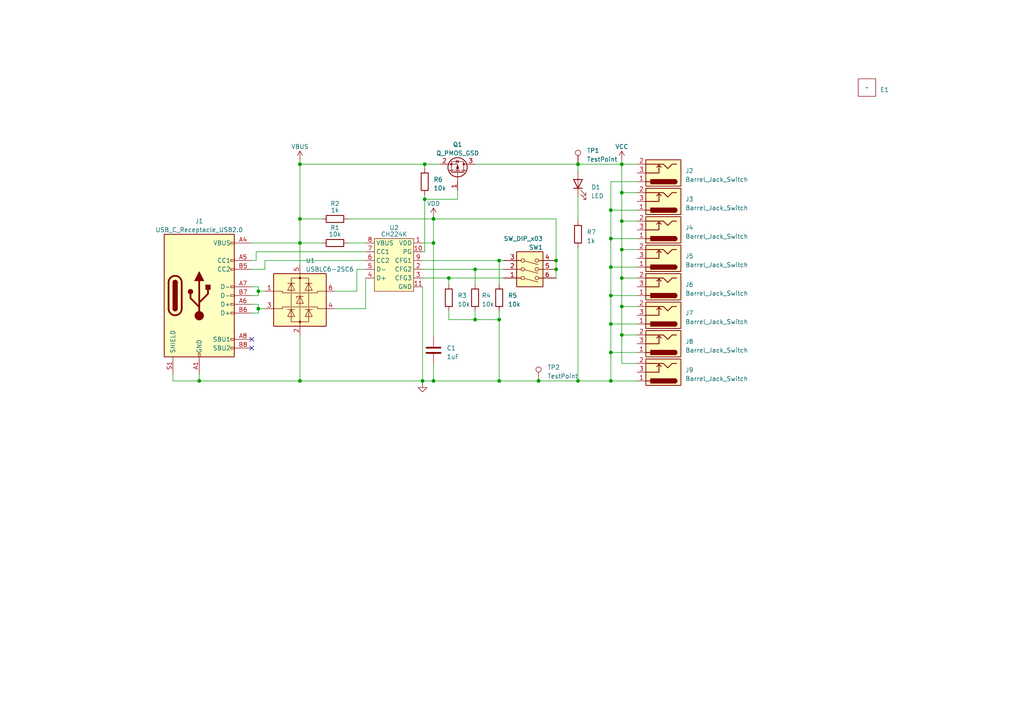
<source format=kicad_sch>
(kicad_sch (version 20230121) (generator eeschema)
  (paper "A4")
  (lib_symbols
    (symbol "Connector:Barrel_Jack_Switch" (pin_names hide)
      (property "Reference" "J" (at 0 5.334 0))
      (property "Value" "Barrel_Jack_Switch" (at 0 -5.08 0))
      (symbol "Barrel_Jack_Switch_0_1"
        (rectangle (start -5.08 3.81) (end 5.08 -3.81) (stroke (width 0.254)) (fill (type background)))
        (arc (start -3.302 3.175) (mid -3.9343 2.54) (end -3.302 1.905) (stroke (width 0.254)))
        (arc (start -3.302 3.175) (mid -3.9343 2.54) (end -3.302 1.905) (stroke (width 0.254)) (fill (type outline)))
        (polyline (pts (xy 1.27 -2.286) (xy 1.905 -1.651)) (stroke (width 0.254)))
        (polyline (pts (xy 5.08 2.54) (xy 3.81 2.54)) (stroke (width 0.254)))
        (polyline (pts (xy 5.08 0) (xy 1.27 0) (xy 1.27 -2.286) (xy 0.635 -1.651)) (stroke (width 0.254)))
        (polyline (pts (xy -3.81 -2.54) (xy -2.54 -2.54) (xy -1.27 -1.27) (xy 0 -2.54) (xy 2.54 -2.54) (xy 5.08 -2.54)) (stroke (width 0.254)))
        (rectangle (start 3.683 3.175) (end -3.302 1.905) (stroke (width 0.254)) (fill (type outline)))
      )
      (symbol "Barrel_Jack_Switch_1_1"
        (pin passive line (at 7.62 2.54 180) (length 2.54) (name "~") (number "1"))
        (pin passive line (at 7.62 -2.54 180) (length 2.54) (name "~") (number "2"))
        (pin passive line (at 7.62 0 180) (length 2.54) (name "~") (number "3"))
      )
    )
    (symbol "Connector:TestPoint" (pin_numbers hide) (pin_names (offset 0.762) hide)
      (property "Reference" "TP" (at 0 6.858 0))
      (property "Value" "TestPoint" (at 0 5.08 0))
      (symbol "TestPoint_0_1"
        (circle (center 0 3.302) (radius 0.762))
      )
      (symbol "TestPoint_1_1"
        (pin passive line (at 0 0 90) (length 2.54) (name "1") (number "1"))
      )
    )
    (symbol "Connector:USB_C_Receptacle_USB2.0" (pin_names (offset 1.016))
      (property "Reference" "J" (at -10.16 19.05 0))
      (property "Value" "USB_C_Receptacle_USB2.0" (at 19.05 19.05 0))
      (symbol "USB_C_Receptacle_USB2.0_0_0"
        (rectangle (start -0.254 -17.78) (end 0.254 -16.764))
        (rectangle (start 10.16 -14.986) (end 9.144 -15.494))
        (rectangle (start 10.16 -12.446) (end 9.144 -12.954))
        (rectangle (start 10.16 -4.826) (end 9.144 -5.334))
        (rectangle (start 10.16 -2.286) (end 9.144 -2.794))
        (rectangle (start 10.16 0.254) (end 9.144 -0.254))
        (rectangle (start 10.16 2.794) (end 9.144 2.286))
        (rectangle (start 10.16 7.874) (end 9.144 7.366))
        (rectangle (start 10.16 10.414) (end 9.144 9.906))
        (rectangle (start 10.16 15.494) (end 9.144 14.986))
      )
      (symbol "USB_C_Receptacle_USB2.0_0_1"
        (rectangle (start -10.16 17.78) (end 10.16 -17.78) (stroke (width 0.254)) (fill (type background)))
        (arc (start -8.89 -3.81) (mid -6.985 -5.7067) (end -5.08 -3.81) (stroke (width 0.508)))
        (arc (start -7.62 -3.81) (mid -6.985 -4.4423) (end -6.35 -3.81) (stroke (width 0.254)))
        (arc (start -7.62 -3.81) (mid -6.985 -4.4423) (end -6.35 -3.81) (stroke (width 0.254)) (fill (type outline)))
        (rectangle (start -7.62 -3.81) (end -6.35 3.81) (stroke (width 0.254)) (fill (type outline)))
        (arc (start -6.35 3.81) (mid -6.985 4.4423) (end -7.62 3.81) (stroke (width 0.254)))
        (arc (start -6.35 3.81) (mid -6.985 4.4423) (end -7.62 3.81) (stroke (width 0.254)) (fill (type outline)))
        (arc (start -5.08 3.81) (mid -6.985 5.7067) (end -8.89 3.81) (stroke (width 0.508)))
        (circle (center -2.54 1.143) (radius 0.635) (stroke (width 0.254)) (fill (type outline)))
        (circle (center 0 -5.842) (radius 1.27) (fill (type outline)))
        (polyline (pts (xy -8.89 -3.81) (xy -8.89 3.81)) (stroke (width 0.508)))
        (polyline (pts (xy -5.08 3.81) (xy -5.08 -3.81)) (stroke (width 0.508)))
        (polyline (pts (xy 0 -5.842) (xy 0 4.318)) (stroke (width 0.508)))
        (polyline (pts (xy 0 -3.302) (xy -2.54 -0.762) (xy -2.54 0.508)) (stroke (width 0.508)))
        (polyline (pts (xy 0 -2.032) (xy 2.54 0.508) (xy 2.54 1.778)) (stroke (width 0.508)))
        (polyline (pts (xy -1.27 4.318) (xy 0 6.858) (xy 1.27 4.318) (xy -1.27 4.318)) (stroke (width 0.254)) (fill (type outline)))
        (rectangle (start 1.905 1.778) (end 3.175 3.048) (stroke (width 0.254)) (fill (type outline)))
      )
      (symbol "USB_C_Receptacle_USB2.0_1_1"
        (pin passive line (at 0 -22.86 90) (length 5.08) (name "GND") (number "A1"))
        (pin passive line (at 0 -22.86 90) (length 5.08) hide (name "GND") (number "A12"))
        (pin passive line (at 15.24 15.24 180) (length 5.08) (name "VBUS") (number "A4"))
        (pin bidirectional line (at 15.24 10.16 180) (length 5.08) (name "CC1") (number "A5"))
        (pin bidirectional line (at 15.24 -2.54 180) (length 5.08) (name "D+") (number "A6"))
        (pin bidirectional line (at 15.24 2.54 180) (length 5.08) (name "D-") (number "A7"))
        (pin bidirectional line (at 15.24 -12.7 180) (length 5.08) (name "SBU1") (number "A8"))
        (pin passive line (at 15.24 15.24 180) (length 5.08) hide (name "VBUS") (number "A9"))
        (pin passive line (at 0 -22.86 90) (length 5.08) hide (name "GND") (number "B1"))
        (pin passive line (at 0 -22.86 90) (length 5.08) hide (name "GND") (number "B12"))
        (pin passive line (at 15.24 15.24 180) (length 5.08) hide (name "VBUS") (number "B4"))
        (pin bidirectional line (at 15.24 7.62 180) (length 5.08) (name "CC2") (number "B5"))
        (pin bidirectional line (at 15.24 -5.08 180) (length 5.08) (name "D+") (number "B6"))
        (pin bidirectional line (at 15.24 0 180) (length 5.08) (name "D-") (number "B7"))
        (pin bidirectional line (at 15.24 -15.24 180) (length 5.08) (name "SBU2") (number "B8"))
        (pin passive line (at 15.24 15.24 180) (length 5.08) hide (name "VBUS") (number "B9"))
        (pin passive line (at -7.62 -22.86 90) (length 5.08) (name "SHIELD") (number "S1"))
      )
    )
    (symbol "Device:C" (pin_numbers hide) (pin_names (offset 0.254))
      (property "Reference" "C" (at 0.635 2.54 0))
      (property "Value" "C" (at 0.635 -2.54 0))
      (symbol "C_0_1"
        (polyline (pts (xy -2.032 -0.762) (xy 2.032 -0.762)) (stroke (width 0.508)))
        (polyline (pts (xy -2.032 0.762) (xy 2.032 0.762)) (stroke (width 0.508)))
      )
      (symbol "C_1_1"
        (pin passive line (at 0 3.81 270) (length 2.794) (name "~") (number "1"))
        (pin passive line (at 0 -3.81 90) (length 2.794) (name "~") (number "2"))
      )
    )
    (symbol "Device:LED" (pin_numbers hide) (pin_names (offset 1.016) hide)
      (property "Reference" "D" (at 0 2.54 0))
      (property "Value" "LED" (at 0 -2.54 0))
      (symbol "LED_0_1"
        (polyline (pts (xy -1.27 -1.27) (xy -1.27 1.27)) (stroke (width 0.254)))
        (polyline (pts (xy -1.27 0) (xy 1.27 0)))
        (polyline (pts (xy 1.27 -1.27) (xy 1.27 1.27) (xy -1.27 0) (xy 1.27 -1.27)) (stroke (width 0.254)))
        (polyline (pts (xy -3.048 -0.762) (xy -4.572 -2.286) (xy -3.81 -2.286) (xy -4.572 -2.286) (xy -4.572 -1.524)))
        (polyline (pts (xy -1.778 -0.762) (xy -3.302 -2.286) (xy -2.54 -2.286) (xy -3.302 -2.286) (xy -3.302 -1.524)))
      )
      (symbol "LED_1_1"
        (pin passive line (at -3.81 0 0) (length 2.54) (name "K") (number "1"))
        (pin passive line (at 3.81 0 180) (length 2.54) (name "A") (number "2"))
      )
    )
    (symbol "Device:Q_PMOS_GSD" (pin_names (offset 0) hide)
      (property "Reference" "Q" (at 5.08 1.27 0))
      (property "Value" "Q_PMOS_GSD" (at 5.08 -1.27 0))
      (symbol "Q_PMOS_GSD_0_1"
        (polyline (pts (xy 0.254 0) (xy -2.54 0)))
        (polyline (pts (xy 0.254 1.905) (xy 0.254 -1.905)) (stroke (width 0.254)))
        (polyline (pts (xy 0.762 -1.27) (xy 0.762 -2.286)) (stroke (width 0.254)))
        (polyline (pts (xy 0.762 0.508) (xy 0.762 -0.508)) (stroke (width 0.254)))
        (polyline (pts (xy 0.762 2.286) (xy 0.762 1.27)) (stroke (width 0.254)))
        (polyline (pts (xy 2.54 2.54) (xy 2.54 1.778)))
        (polyline (pts (xy 2.54 -2.54) (xy 2.54 0) (xy 0.762 0)))
        (polyline (pts (xy 0.762 1.778) (xy 3.302 1.778) (xy 3.302 -1.778) (xy 0.762 -1.778)))
        (polyline (pts (xy 2.286 0) (xy 1.27 0.381) (xy 1.27 -0.381) (xy 2.286 0)) (fill (type outline)))
        (polyline (pts (xy 2.794 -0.508) (xy 2.921 -0.381) (xy 3.683 -0.381) (xy 3.81 -0.254)))
        (polyline (pts (xy 3.302 -0.381) (xy 2.921 0.254) (xy 3.683 0.254) (xy 3.302 -0.381)))
        (circle (center 1.651 0) (radius 2.794) (stroke (width 0.254)))
        (circle (center 2.54 -1.778) (radius 0.254) (fill (type outline)))
        (circle (center 2.54 1.778) (radius 0.254) (fill (type outline)))
      )
      (symbol "Q_PMOS_GSD_1_1"
        (pin input line (at -5.08 0 0) (length 2.54) (name "G") (number "1"))
        (pin passive line (at 2.54 -5.08 90) (length 2.54) (name "S") (number "2"))
        (pin passive line (at 2.54 5.08 270) (length 2.54) (name "D") (number "3"))
      )
    )
    (symbol "Device:R" (pin_numbers hide) (pin_names (offset 0))
      (property "Reference" "R" (at 2.032 0 90))
      (property "Value" "R" (at 0 0 90))
      (symbol "R_0_1"
        (rectangle (start -1.016 -2.54) (end 1.016 2.54) (stroke (width 0.254)))
      )
      (symbol "R_1_1"
        (pin passive line (at 0 3.81 270) (length 1.27) (name "~") (number "1"))
        (pin passive line (at 0 -3.81 90) (length 1.27) (name "~") (number "2"))
      )
    )
    (symbol "Enclosure:1590B"
      (property "Reference" "E" (at 0 0 0))
      (symbol "1590B_0_1"
        (rectangle (start -2.54 2.54) (end 2.54 -2.54))
      )
    )
    (symbol "Interface_USB:CH224K"
      (property "Reference" "U" (at 0 7.62 0))
      (property "Value" "CH224K" (at 0 5.715 0))
      (symbol "CH224K_1_1"
        (rectangle (start -5.715 4.445) (end 5.715 -10.795) (fill (type background)))
        (pin passive line (at 8.255 3.175 180) (length 2.54) (name "VDD") (number "1"))
        (pin passive line (at 8.255 0.635 180) (length 2.54) (name "PG") (number "10"))
        (pin passive line (at 8.255 -9.525 180) (length 2.54) (name "GND") (number "11"))
        (pin passive line (at 8.255 -4.445 180) (length 2.54) (name "CFG2") (number "2"))
        (pin passive line (at 8.255 -6.985 180) (length 2.54) (name "CFG3") (number "3"))
        (pin passive line (at -8.255 -6.985 0) (length 2.54) (name "D+") (number "4"))
        (pin passive line (at -8.255 -4.445 0) (length 2.54) (name "D-") (number "5"))
        (pin passive line (at -8.255 -1.905 0) (length 2.54) (name "CC2") (number "6"))
        (pin passive line (at -8.255 0.635 0) (length 2.54) (name "CC1") (number "7"))
        (pin passive line (at -8.255 3.175 0) (length 2.54) (name "VBUS") (number "8"))
        (pin passive line (at 8.255 -1.905 180) (length 2.54) (name "CFG1") (number "9"))
      )
    )
    (symbol "Power_Protection:USBLC6-2SC6" (pin_names hide)
      (property "Reference" "U" (at 2.54 8.89 0))
      (property "Value" "USBLC6-2SC6" (at 2.54 -8.89 0))
      (symbol "USBLC6-2SC6_0_1"
        (rectangle (start -7.62 7.62) (end 7.62 -7.62) (stroke (width 0.254)) (fill (type background)))
        (rectangle (start -2.54 6.35) (end 2.54 -6.35))
        (circle (center 0 -6.35) (radius 0.254) (fill (type outline)))
        (polyline (pts (xy -5.08 -2.54) (xy -7.62 -2.54)))
        (polyline (pts (xy -5.08 2.54) (xy -7.62 2.54)))
        (polyline (pts (xy -2.286 -2.032) (xy -0.254 -2.032)))
        (polyline (pts (xy -1.524 -2.794) (xy -3.556 -2.794)))
        (polyline (pts (xy -1.524 4.826) (xy -3.556 4.826)))
        (polyline (pts (xy -0.254 2.032) (xy -2.286 2.032)))
        (polyline (pts (xy 0 -7.62) (xy 0 -6.35)))
        (polyline (pts (xy 0 -6.35) (xy 0 1.27)))
        (polyline (pts (xy 0 1.27) (xy 0 6.35)))
        (polyline (pts (xy 0 6.35) (xy 0 7.62)))
        (polyline (pts (xy 0.254 -2.032) (xy 2.286 -2.032)))
        (polyline (pts (xy 1.524 -2.794) (xy 3.556 -2.794)))
        (polyline (pts (xy 1.524 4.826) (xy 3.556 4.826)))
        (polyline (pts (xy 2.286 2.032) (xy 0.254 2.032)))
        (polyline (pts (xy 5.08 -2.54) (xy 7.62 -2.54)))
        (polyline (pts (xy 5.08 2.54) (xy 7.62 2.54)))
        (polyline (pts (xy -5.08 -2.54) (xy -5.08 -2.032) (xy -2.794 -2.032)))
        (polyline (pts (xy -5.08 2.54) (xy -5.08 2.032) (xy -2.794 2.032)))
        (polyline (pts (xy 5.08 -2.54) (xy 5.08 -2.032) (xy 2.794 -2.032)))
        (polyline (pts (xy 5.08 2.54) (xy 5.08 2.032) (xy 2.794 2.032)))
        (polyline (pts (xy -3.556 -4.826) (xy -1.524 -4.826) (xy -2.54 -2.794) (xy -3.556 -4.826)))
        (polyline (pts (xy -3.556 2.794) (xy -1.524 2.794) (xy -2.54 4.826) (xy -3.556 2.794)))
        (polyline (pts (xy -1.016 -1.016) (xy 1.016 -1.016) (xy 0 1.016) (xy -1.016 -1.016)))
        (polyline (pts (xy 1.016 1.016) (xy 0.762 1.016) (xy -1.016 1.016) (xy -1.016 0.508)))
        (polyline (pts (xy 3.556 -4.826) (xy 1.524 -4.826) (xy 2.54 -2.794) (xy 3.556 -4.826)))
        (polyline (pts (xy 3.556 2.794) (xy 1.524 2.794) (xy 2.54 4.826) (xy 3.556 2.794)))
        (circle (center 0 6.35) (radius 0.254) (fill (type outline)))
      )
      (symbol "USBLC6-2SC6_1_1"
        (pin passive line (at -10.16 2.54 0) (length 2.54) (name "I/O1") (number "1"))
        (pin passive line (at 0 -10.16 90) (length 2.54) (name "GND") (number "2"))
        (pin passive line (at -10.16 -2.54 0) (length 2.54) (name "I/O1") (number "3"))
        (pin passive line (at 10.16 -2.54 180) (length 2.54) (name "I/O2") (number "4"))
        (pin passive line (at 0 10.16 270) (length 2.54) (name "VBUS") (number "5"))
        (pin passive line (at 10.16 2.54 180) (length 2.54) (name "I/O2") (number "6"))
      )
    )
    (symbol "Switch:SW_DIP_x03" (pin_names (offset 0) hide)
      (property "Reference" "SW" (at 0 8.89 0))
      (property "Value" "SW_DIP_x03" (at 0 -3.81 0))
      (symbol "SW_DIP_x03_0_0"
        (circle (center -2.032 0) (radius 0.508))
        (circle (center -2.032 2.54) (radius 0.508))
        (circle (center -2.032 5.08) (radius 0.508))
        (polyline (pts (xy -1.524 0.127) (xy 2.3622 1.1684)))
        (polyline (pts (xy -1.524 2.667) (xy 2.3622 3.7084)))
        (polyline (pts (xy -1.524 5.207) (xy 2.3622 6.2484)))
        (circle (center 2.032 0) (radius 0.508))
        (circle (center 2.032 2.54) (radius 0.508))
        (circle (center 2.032 5.08) (radius 0.508))
      )
      (symbol "SW_DIP_x03_0_1"
        (rectangle (start -3.81 7.62) (end 3.81 -2.54) (stroke (width 0.254)) (fill (type background)))
      )
      (symbol "SW_DIP_x03_1_1"
        (pin passive line (at -7.62 5.08 0) (length 5.08) (name "~") (number "1"))
        (pin passive line (at -7.62 2.54 0) (length 5.08) (name "~") (number "2"))
        (pin passive line (at -7.62 0 0) (length 5.08) (name "~") (number "3"))
        (pin passive line (at 7.62 0 180) (length 5.08) (name "~") (number "4"))
        (pin passive line (at 7.62 2.54 180) (length 5.08) (name "~") (number "5"))
        (pin passive line (at 7.62 5.08 180) (length 5.08) (name "~") (number "6"))
      )
    )
    (symbol "power:GND" (power) (pin_names (offset 0))
      (property "Value" "GND" (at 0 -3.81 0))
      (symbol "GND_0_1"
        (polyline (pts (xy 0 0) (xy 0 -1.27) (xy 1.27 -1.27) (xy 0 -2.54) (xy -1.27 -1.27) (xy 0 -1.27)))
      )
      (symbol "GND_1_1"
        (pin power_in line (at 0 0 270) (length 0) hide (name "GND") (number "1"))
      )
    )
    (symbol "power:VBUS" (power) (pin_names (offset 0))
      (property "Value" "VBUS" (at 0 3.81 0))
      (symbol "VBUS_0_1"
        (polyline (pts (xy -0.762 1.27) (xy 0 2.54)))
        (polyline (pts (xy 0 0) (xy 0 2.54)))
        (polyline (pts (xy 0 2.54) (xy 0.762 1.27)))
      )
      (symbol "VBUS_1_1"
        (pin power_in line (at 0 0 90) (length 0) hide (name "VBUS") (number "1"))
      )
    )
    (symbol "power:VCC" (power) (pin_names (offset 0))
      (property "Value" "VCC" (at 0 3.81 0))
      (symbol "VCC_0_1"
        (polyline (pts (xy -0.762 1.27) (xy 0 2.54)))
        (polyline (pts (xy 0 0) (xy 0 2.54)))
        (polyline (pts (xy 0 2.54) (xy 0.762 1.27)))
      )
      (symbol "VCC_1_1"
        (pin power_in line (at 0 0 90) (length 0) hide (name "VCC") (number "1"))
      )
    )
    (symbol "power:VDD" (power) (pin_names (offset 0))
      (property "Value" "VDD" (at 0 3.81 0))
      (symbol "VDD_0_1"
        (polyline (pts (xy -0.762 1.27) (xy 0 2.54)))
        (polyline (pts (xy 0 0) (xy 0 2.54)))
        (polyline (pts (xy 0 2.54) (xy 0.762 1.27)))
      )
      (symbol "VDD_1_1"
        (pin power_in line (at 0 0 90) (length 0) hide (name "VDD") (number "1"))
      )
    )
  )
  (junction (at 123.19 47.625))
  (junction (at 180.34 97.155))
  (junction (at 74.93 89.535))
  (junction (at 125.73 63.5))
  (junction (at 177.165 77.47))
  (junction (at 180.34 72.39))
  (junction (at 144.78 75.565))
  (junction (at 57.785 110.49))
  (junction (at 86.995 70.485))
  (junction (at 86.995 47.625))
  (junction (at 177.165 69.215))
  (junction (at 177.165 93.98))
  (junction (at 167.64 110.49))
  (junction (at 161.29 75.565))
  (junction (at 86.995 63.5))
  (junction (at 137.795 92.71))
  (junction (at 144.78 110.49))
  (junction (at 161.29 78.105))
  (junction (at 177.165 85.725))
  (junction (at 167.64 47.625))
  (junction (at 180.34 88.9))
  (junction (at 177.165 60.96))
  (junction (at 125.73 70.485))
  (junction (at 122.555 110.49))
  (junction (at 156.21 110.49))
  (junction (at 125.73 110.49))
  (junction (at 144.78 92.71))
  (junction (at 177.165 102.235))
  (junction (at 123.19 57.785))
  (junction (at 86.995 110.49))
  (junction (at 180.34 80.645))
  (junction (at 180.34 47.625))
  (junction (at 177.165 110.49))
  (junction (at 130.175 80.645))
  (junction (at 74.93 84.455))
  (junction (at 180.34 55.88))
  (junction (at 137.795 78.105))
  (junction (at 180.34 64.135))
  (no_connect (at 73.025 100.965))
  (no_connect (at 73.025 98.425))
  (wire (pts (xy 125.73 63.5) (xy 161.29 63.5)))
  (wire (pts (xy 86.995 97.155) (xy 86.995 110.49)))
  (wire (pts (xy 125.73 105.41) (xy 125.73 110.49)))
  (wire (pts (xy 137.795 92.71) (xy 144.78 92.71)))
  (wire (pts (xy 106.045 89.535) (xy 97.155 89.535)))
  (wire (pts (xy 74.93 83.185) (xy 74.93 84.455)))
  (wire (pts (xy 177.165 52.705) (xy 184.785 52.705)))
  (wire (pts (xy 180.34 97.155) (xy 184.785 97.155)))
  (wire (pts (xy 137.795 78.105) (xy 146.05 78.105)))
  (wire (pts (xy 177.165 69.215) (xy 184.785 69.215)))
  (wire (pts (xy 180.34 46.355) (xy 180.34 47.625)))
  (wire (pts (xy 144.78 110.49) (xy 156.21 110.49)))
  (wire (pts (xy 74.295 75.565) (xy 74.295 73.025)))
  (wire (pts (xy 180.34 72.39) (xy 180.34 64.135)))
  (wire (pts (xy 180.34 47.625) (xy 167.64 47.625)))
  (wire (pts (xy 73.025 70.485) (xy 86.995 70.485)))
  (wire (pts (xy 177.165 102.235) (xy 184.785 102.235)))
  (wire (pts (xy 177.165 60.96) (xy 177.165 69.215)))
  (wire (pts (xy 73.025 83.185) (xy 74.93 83.185)))
  (wire (pts (xy 122.555 70.485) (xy 125.73 70.485)))
  (wire (pts (xy 50.165 110.49) (xy 50.165 108.585)))
  (wire (pts (xy 180.34 88.9) (xy 180.34 80.645)))
  (wire (pts (xy 122.555 80.645) (xy 130.175 80.645)))
  (wire (pts (xy 86.995 47.625) (xy 123.19 47.625)))
  (wire (pts (xy 177.165 77.47) (xy 177.165 85.725)))
  (wire (pts (xy 74.93 89.535) (xy 74.93 90.805)))
  (wire (pts (xy 130.175 92.71) (xy 137.795 92.71)))
  (wire (pts (xy 97.155 84.455) (xy 103.505 84.455)))
  (wire (pts (xy 123.19 73.025) (xy 122.555 73.025)))
  (wire (pts (xy 73.025 85.725) (xy 74.93 85.725)))
  (wire (pts (xy 144.78 75.565) (xy 146.05 75.565)))
  (wire (pts (xy 106.045 80.645) (xy 106.045 89.535)))
  (wire (pts (xy 177.165 93.98) (xy 177.165 102.235)))
  (wire (pts (xy 86.995 70.485) (xy 93.345 70.485)))
  (wire (pts (xy 50.165 110.49) (xy 57.785 110.49)))
  (wire (pts (xy 180.34 55.88) (xy 180.34 47.625)))
  (wire (pts (xy 144.78 92.71) (xy 144.78 90.17)))
  (wire (pts (xy 123.19 57.785) (xy 123.19 73.025)))
  (wire (pts (xy 167.64 64.135) (xy 167.64 57.15)))
  (wire (pts (xy 161.29 63.5) (xy 161.29 75.565)))
  (wire (pts (xy 180.34 105.41) (xy 184.785 105.41)))
  (wire (pts (xy 86.995 47.625) (xy 86.995 63.5)))
  (wire (pts (xy 167.64 49.53) (xy 167.64 47.625)))
  (wire (pts (xy 167.64 71.755) (xy 167.64 110.49)))
  (wire (pts (xy 100.965 70.485) (xy 106.045 70.485)))
  (wire (pts (xy 125.73 62.865) (xy 125.73 63.5)))
  (wire (pts (xy 177.165 85.725) (xy 177.165 93.98)))
  (wire (pts (xy 93.345 63.5) (xy 86.995 63.5)))
  (wire (pts (xy 74.93 88.265) (xy 74.93 89.535)))
  (wire (pts (xy 74.93 84.455) (xy 76.835 84.455)))
  (wire (pts (xy 137.795 92.71) (xy 137.795 90.17)))
  (wire (pts (xy 161.29 78.105) (xy 161.29 80.645)))
  (wire (pts (xy 137.795 78.105) (xy 137.795 82.55)))
  (wire (pts (xy 180.34 88.9) (xy 184.785 88.9)))
  (wire (pts (xy 103.505 78.105) (xy 106.045 78.105)))
  (wire (pts (xy 180.34 105.41) (xy 180.34 97.155)))
  (wire (pts (xy 177.165 77.47) (xy 184.785 77.47)))
  (wire (pts (xy 73.025 90.805) (xy 74.93 90.805)))
  (wire (pts (xy 130.175 92.71) (xy 130.175 90.17)))
  (wire (pts (xy 180.34 47.625) (xy 184.785 47.625)))
  (wire (pts (xy 180.34 55.88) (xy 184.785 55.88)))
  (wire (pts (xy 123.19 47.625) (xy 127.635 47.625)))
  (wire (pts (xy 123.19 48.895) (xy 123.19 47.625)))
  (wire (pts (xy 73.025 78.105) (xy 76.835 78.105)))
  (wire (pts (xy 73.025 88.265) (xy 74.93 88.265)))
  (wire (pts (xy 180.34 64.135) (xy 184.785 64.135)))
  (wire (pts (xy 86.995 70.485) (xy 86.995 76.835)))
  (wire (pts (xy 57.785 110.49) (xy 57.785 108.585)))
  (wire (pts (xy 57.785 110.49) (xy 86.995 110.49)))
  (wire (pts (xy 180.34 80.645) (xy 184.785 80.645)))
  (wire (pts (xy 177.165 110.49) (xy 184.785 110.49)))
  (wire (pts (xy 122.555 83.185) (xy 122.555 110.49)))
  (wire (pts (xy 76.835 75.565) (xy 106.045 75.565)))
  (wire (pts (xy 86.995 46.355) (xy 86.995 47.625)))
  (wire (pts (xy 122.555 110.49) (xy 125.73 110.49)))
  (wire (pts (xy 177.165 69.215) (xy 177.165 77.47)))
  (wire (pts (xy 180.34 72.39) (xy 184.785 72.39)))
  (wire (pts (xy 74.93 84.455) (xy 74.93 85.725)))
  (wire (pts (xy 125.73 70.485) (xy 125.73 97.79)))
  (wire (pts (xy 144.78 75.565) (xy 144.78 82.55)))
  (wire (pts (xy 130.175 80.645) (xy 130.175 82.55)))
  (wire (pts (xy 177.165 85.725) (xy 184.785 85.725)))
  (wire (pts (xy 125.73 110.49) (xy 144.78 110.49)))
  (wire (pts (xy 123.19 56.515) (xy 123.19 57.785)))
  (wire (pts (xy 86.995 110.49) (xy 122.555 110.49)))
  (wire (pts (xy 122.555 75.565) (xy 144.78 75.565)))
  (wire (pts (xy 180.34 80.645) (xy 180.34 72.39)))
  (wire (pts (xy 123.19 57.785) (xy 132.715 57.785)))
  (wire (pts (xy 103.505 84.455) (xy 103.505 78.105)))
  (wire (pts (xy 125.73 63.5) (xy 125.73 70.485)))
  (wire (pts (xy 74.93 89.535) (xy 76.835 89.535)))
  (wire (pts (xy 74.295 75.565) (xy 73.025 75.565)))
  (wire (pts (xy 76.835 78.105) (xy 76.835 75.565)))
  (wire (pts (xy 74.295 73.025) (xy 106.045 73.025)))
  (wire (pts (xy 177.165 60.96) (xy 184.785 60.96)))
  (wire (pts (xy 161.29 75.565) (xy 161.29 78.105)))
  (wire (pts (xy 177.165 102.235) (xy 177.165 110.49)))
  (wire (pts (xy 180.34 97.155) (xy 180.34 88.9)))
  (wire (pts (xy 180.34 64.135) (xy 180.34 55.88)))
  (wire (pts (xy 137.795 47.625) (xy 167.64 47.625)))
  (wire (pts (xy 86.995 63.5) (xy 86.995 70.485)))
  (wire (pts (xy 177.165 52.705) (xy 177.165 60.96)))
  (wire (pts (xy 167.64 110.49) (xy 177.165 110.49)))
  (wire (pts (xy 122.555 78.105) (xy 137.795 78.105)))
  (wire (pts (xy 122.555 111.125) (xy 122.555 110.49)))
  (wire (pts (xy 132.715 55.245) (xy 132.715 57.785)))
  (wire (pts (xy 144.78 92.71) (xy 144.78 110.49)))
  (wire (pts (xy 156.21 110.49) (xy 167.64 110.49)))
  (wire (pts (xy 130.175 80.645) (xy 146.05 80.645)))
  (wire (pts (xy 177.165 93.98) (xy 184.785 93.98)))
  (wire (pts (xy 100.965 63.5) (xy 125.73 63.5)))
  (symbol (lib_id "Connector:Barrel_Jack_Switch") (at 192.405 107.95 180) (unit 1)
    (property "Reference" "J9" (at 198.755 107.315 0) (effects (justify right)))
    (property "Value" "Barrel_Jack_Switch" (at 198.755 109.855 0) (effects (justify right)))
    (property "Footprint" "Connector_BarrelJack:BarrelJack_Wuerth_6941xx301002" (effects hide))
  )
  (symbol (lib_id "Connector:USB_C_Receptacle_USB2.0") (at 57.785 85.725 0) (unit 1)
    (property "Reference" "J1" (at 57.785 64.135 0))
    (property "Value" "USB_C_Receptacle_USB2.0" (at 57.785 66.675 0))
    (property "Footprint" "Connector_USB:USB_C_Receptacle_HRO_TYPE-C-31-M-12" (effects hide))
    (property "Datasheet" "https://www.usb.org/sites/default/files/documents/usb_type-c.zip" (effects hide))
    (property "LCSC#" "C165948" (effects hide))
  )
  (symbol (lib_id "Connector:TestPoint") (at 167.64 47.625 0) (unit 1)
    (property "Reference" "TP1" (at 170.18 43.688 0) (effects (justify left)))
    (property "Value" "TestPoint" (at 170.18 46.228 0) (effects (justify left)))
    (property "Footprint" "TestPoint:TestPoint_THTPad_4.0x4.0mm_Drill2.0mm" (effects hide))
  )
  (symbol (lib_id "Enclosure:1590B") (at 251.46 25.4 0) (unit 1)
    (property "Reference" "E1" (at 255.27 26.035 0) (effects (justify left)))
    (property "Value" "~" (at 251.46 25.4 0))
    (property "Footprint" "Enclosure:1591XXMBK" (effects hide))
  )
  (symbol (lib_id "Device:R") (at 130.175 86.36 180) (unit 1)
    (property "Reference" "R3" (at 132.715 85.725 0) (effects (justify right)))
    (property "Value" "10k" (at 132.715 88.265 0) (effects (justify right)))
    (property "Footprint" "Resistor_SMD:R_0805_2012Metric_Pad1.20x1.40mm_HandSolder" (effects hide))
  )
  (symbol (lib_id "Connector:Barrel_Jack_Switch") (at 192.405 91.44 180) (unit 1)
    (property "Reference" "J7" (at 198.755 90.805 0) (effects (justify right)))
    (property "Value" "Barrel_Jack_Switch" (at 198.755 93.345 0) (effects (justify right)))
    (property "Footprint" "Connector_BarrelJack:BarrelJack_Wuerth_6941xx301002" (effects hide))
  )
  (symbol (lib_id "Switch:SW_DIP_x03") (at 153.67 75.565 0) (mirror x) (unit 1)
    (property "Reference" "SW1" (at 157.48 71.755 0) (effects (justify right)))
    (property "Value" "SW_DIP_x03" (at 157.48 69.215 0) (effects (justify right)))
    (property "Footprint" "Button_Switch_THT:SW_DIP_SPSTx03_Slide_6.7x9.18mm_W7.62mm_P2.54mm_LowProfile" (effects hide))
    (property "LCSC#" "C3024969" (effects hide))
  )
  (symbol (lib_id "Connector:Barrel_Jack_Switch") (at 192.405 83.185 180) (unit 1)
    (property "Reference" "J6" (at 198.755 82.55 0) (effects (justify right)))
    (property "Value" "Barrel_Jack_Switch" (at 198.755 85.09 0) (effects (justify right)))
    (property "Footprint" "Connector_BarrelJack:BarrelJack_Wuerth_6941xx301002" (effects hide))
  )
  (symbol (lib_id "Device:Q_PMOS_GSD") (at 132.715 50.165 270) (mirror x) (unit 1)
    (property "Reference" "Q1" (at 132.715 41.91 90))
    (property "Value" "Q_PMOS_GSD" (at 132.715 44.45 90))
    (property "Footprint" "Package_TO_SOT_SMD:SOT-23" (effects hide))
    (property "LCSC#" "C840062" (effects hide))
  )
  (symbol (lib_id "Device:R") (at 167.64 67.945 180) (unit 1)
    (property "Reference" "R7" (at 170.18 67.31 0) (effects (justify right)))
    (property "Value" "1k" (at 170.18 69.85 0) (effects (justify right)))
    (property "Footprint" "Resistor_SMD:R_1206_3216Metric_Pad1.30x1.75mm_HandSolder" (effects hide))
  )
  (symbol (lib_id "Device:R") (at 97.155 63.5 90) (unit 1)
    (property "Reference" "R2" (at 97.155 59.055 90))
    (property "Value" "1k" (at 97.155 60.96 90))
    (property "Footprint" "Resistor_SMD:R_0805_2012Metric_Pad1.20x1.40mm_HandSolder" (effects hide))
  )
  (symbol (lib_id "Device:R") (at 97.155 70.485 90) (unit 1)
    (property "Reference" "R1" (at 97.155 66.04 90))
    (property "Value" "10k" (at 97.155 67.945 90))
    (property "Footprint" "Resistor_SMD:R_0805_2012Metric_Pad1.20x1.40mm_HandSolder" (effects hide))
  )
  (symbol (lib_id "power:VDD") (at 125.73 62.865 0) (unit 1)
    (property "Reference" "#PWR03" (effects hide))
    (property "Value" "VDD" (at 125.73 59.055 0))
  )
  (symbol (lib_id "Device:R") (at 144.78 86.36 180) (unit 1)
    (property "Reference" "R5" (at 147.32 85.725 0) (effects (justify right)))
    (property "Value" "10k" (at 147.32 88.265 0) (effects (justify right)))
    (property "Footprint" "Resistor_SMD:R_0805_2012Metric_Pad1.20x1.40mm_HandSolder" (effects hide))
  )
  (symbol (lib_id "Connector:Barrel_Jack_Switch") (at 192.405 50.165 180) (unit 1)
    (property "Reference" "J2" (at 198.755 49.53 0) (effects (justify right)))
    (property "Value" "Barrel_Jack_Switch" (at 198.755 52.07 0) (effects (justify right)))
    (property "Footprint" "Connector_BarrelJack:BarrelJack_Wuerth_6941xx301002" (effects hide))
  )
  (symbol (lib_id "Device:R") (at 137.795 86.36 180) (unit 1)
    (property "Reference" "R4" (at 139.7 85.725 0) (effects (justify right)))
    (property "Value" "10k" (at 139.7 88.265 0) (effects (justify right)))
    (property "Footprint" "Resistor_SMD:R_0805_2012Metric_Pad1.20x1.40mm_HandSolder" (effects hide))
  )
  (symbol (lib_id "Interface_USB:CH224K") (at 114.3 73.66 0) (unit 1)
    (property "Reference" "U2" (at 114.3 66.04 0))
    (property "Value" "CH224K" (at 114.3 67.945 0))
    (property "Footprint" "Package_SO:SSOP-10_3.9x4.9mm_P1.00mm_EP_2.1x3.3" (effects hide))
    (property "LCSC#" "C970725" (effects hide))
  )
  (symbol (lib_id "power:GND") (at 122.555 111.125 0) (unit 1)
    (property "Reference" "#PWR02" (effects hide))
    (property "Value" "GND" (effects hide))
  )
  (symbol (lib_id "Device:LED") (at 167.64 53.34 90) (unit 1)
    (property "Reference" "D1" (at 171.45 54.2925 90) (effects (justify right)))
    (property "Value" "LED" (at 171.45 56.8325 90) (effects (justify right)))
    (property "Footprint" "LED_SMD:LED_0603_1608Metric_Pad1.05x0.95mm_HandSolder" (effects hide))
  )
  (symbol (lib_id "Connector:Barrel_Jack_Switch") (at 192.405 74.93 180) (unit 1)
    (property "Reference" "J5" (at 198.755 74.295 0) (effects (justify right)))
    (property "Value" "Barrel_Jack_Switch" (at 198.755 76.835 0) (effects (justify right)))
    (property "Footprint" "Connector_BarrelJack:BarrelJack_Wuerth_6941xx301002" (effects hide))
  )
  (symbol (lib_id "Connector:Barrel_Jack_Switch") (at 192.405 66.675 180) (unit 1)
    (property "Reference" "J4" (at 198.755 66.04 0) (effects (justify right)))
    (property "Value" "Barrel_Jack_Switch" (at 198.755 68.58 0) (effects (justify right)))
    (property "Footprint" "Connector_BarrelJack:BarrelJack_Wuerth_6941xx301002" (effects hide))
  )
  (symbol (lib_id "power:VBUS") (at 86.995 46.355 0) (unit 1)
    (property "Reference" "#PWR01" (effects hide))
    (property "Value" "VBUS" (at 86.995 42.545 0))
  )
  (symbol (lib_id "power:VCC") (at 180.34 46.355 0) (unit 1)
    (property "Reference" "#PWR05" (effects hide))
    (property "Value" "VCC" (at 180.34 42.545 0))
  )
  (symbol (lib_id "Connector:Barrel_Jack_Switch") (at 192.405 58.42 180) (unit 1)
    (property "Reference" "J3" (at 198.755 57.785 0) (effects (justify right)))
    (property "Value" "Barrel_Jack_Switch" (at 198.755 60.325 0) (effects (justify right)))
    (property "Footprint" "Connector_BarrelJack:BarrelJack_Wuerth_6941xx301002" (effects hide))
  )
  (symbol (lib_id "Connector:Barrel_Jack_Switch") (at 192.405 99.695 180) (unit 1)
    (property "Reference" "J8" (at 198.755 99.06 0) (effects (justify right)))
    (property "Value" "Barrel_Jack_Switch" (at 198.755 101.6 0) (effects (justify right)))
    (property "Footprint" "Connector_BarrelJack:BarrelJack_Wuerth_6941xx301002" (effects hide))
  )
  (symbol (lib_id "Device:C") (at 125.73 101.6 0) (unit 1)
    (property "Reference" "C1" (at 129.54 100.965 0) (effects (justify left)))
    (property "Value" "1uF" (at 129.54 103.505 0) (effects (justify left)))
    (property "Footprint" "Capacitor_SMD:C_0805_2012Metric_Pad1.18x1.45mm_HandSolder" (effects hide))
  )
  (symbol (lib_id "Device:R") (at 123.19 52.705 180) (unit 1)
    (property "Reference" "R6" (at 125.73 52.07 0) (effects (justify right)))
    (property "Value" "10k" (at 125.73 54.61 0) (effects (justify right)))
    (property "Footprint" "Resistor_SMD:R_0805_2012Metric_Pad1.20x1.40mm_HandSolder" (effects hide))
  )
  (symbol (lib_id "Power_Protection:USBLC6-2SC6") (at 86.995 86.995 0) (unit 1)
    (property "Reference" "U1" (at 88.6461 75.565 0) (effects (justify left)))
    (property "Value" "USBLC6-2SC6" (at 88.6461 78.105 0) (effects (justify left)))
    (property "Footprint" "Package_TO_SOT_SMD:SOT-23-6" (effects hide))
    (property "Datasheet" "https://www.st.com/resource/en/datasheet/usblc6-2.pdf" (effects hide))
    (property "LCSC#" "C2687116" (effects hide))
  )
  (symbol (lib_id "Connector:TestPoint") (at 156.21 110.49 0) (unit 1)
    (property "Reference" "TP2" (at 158.75 106.553 0) (effects (justify left)))
    (property "Value" "TestPoint" (at 158.75 109.093 0) (effects (justify left)))
    (property "Footprint" "TestPoint:TestPoint_THTPad_4.0x4.0mm_Drill2.0mm" (effects hide))
  )
)
</source>
